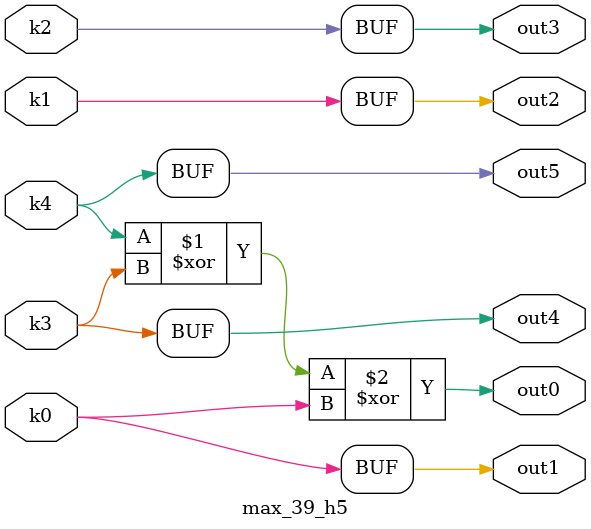
<source format=v>
module max_39(pi00, pi01, pi02, pi03, pi04, pi05, pi06, pi07, pi08, pi09, pi10, po0, po1, po2, po3, po4, po5);
input pi00, pi01, pi02, pi03, pi04, pi05, pi06, pi07, pi08, pi09, pi10;
output po0, po1, po2, po3, po4, po5;
wire k0, k1, k2, k3, k4;
max_39_w5 DUT1 (pi00, pi01, pi02, pi03, pi04, pi05, pi06, pi07, pi08, pi09, pi10, k0, k1, k2, k3, k4);
max_39_h5 DUT2 (k0, k1, k2, k3, k4, po0, po1, po2, po3, po4, po5);
endmodule

module max_39_w5(in10, in9, in8, in7, in6, in5, in4, in3, in2, in1, in0, k4, k3, k2, k1, k0);
input in10, in9, in8, in7, in6, in5, in4, in3, in2, in1, in0;
output k4, k3, k2, k1, k0;
assign k0 =   in0 ? ~in8 : ~in4;
assign k1 =   in0 ? ~in9 : ~in5;
assign k2 =   in0 ? ~in10 : ~in6;
assign k3 =   ~in3 & in7;
assign k4 =   ((in8 & ~in4) | (((in9 & ~in5) | (((in10 & ~in6) | (~in2 & ~in1)) & (in10 | ~in6))) & (in9 | ~in5))) & (in7 | ~in3) & (in8 | ~in4);
endmodule

module max_39_h5(k4, k3, k2, k1, k0, out5, out4, out3, out2, out1, out0);
input k4, k3, k2, k1, k0;
output out5, out4, out3, out2, out1, out0;
assign out0 = k4 ^ k3 ^ k0;
assign out1 = k0;
assign out2 = k1;
assign out3 = k2;
assign out4 = k3;
assign out5 = k4;
endmodule

</source>
